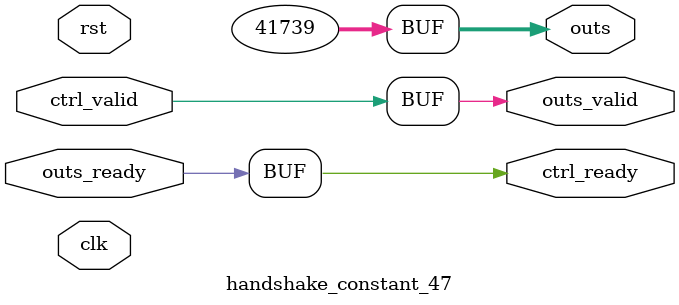
<source format=v>
`timescale 1ns / 1ps
module handshake_constant_47 #(
  parameter DATA_WIDTH = 32  // Default set to 32 bits
) (
  input                       clk,
  input                       rst,
  // Input Channel
  input                       ctrl_valid,
  output                      ctrl_ready,
  // Output Channel
  output [DATA_WIDTH - 1 : 0] outs,
  output                      outs_valid,
  input                       outs_ready
);
  assign outs       = 17'b01010001100001011;
  assign outs_valid = ctrl_valid;
  assign ctrl_ready = outs_ready;

endmodule

</source>
